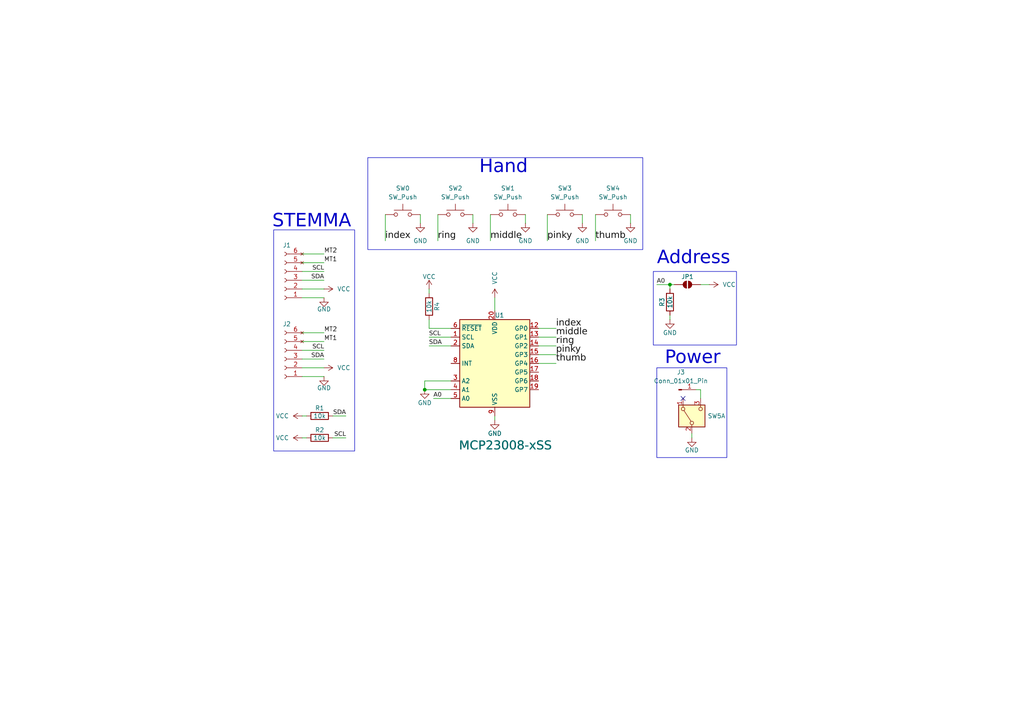
<source format=kicad_sch>
(kicad_sch (version 20250114) (generator "eeschema") (generator_version "9.0")
  (paper "A4")
  (lib_symbols
    (symbol "Connector:Conn_01x01_Pin" (pin_names (offset 1.016) (hide yes))
      (property "Reference" "J" (at 0 2.54 0))
      (property "Value" "Conn_01x01_Pin" (at 0 -2.54 0))
      (symbol "Conn_01x01_Pin_1_1"
        (rectangle (start 0.8636 0.127) (end 0 -0.127) (stroke (width 0.1524)) (fill (type outline)))
        (polyline (pts (xy 1.27 0) (xy 0.8636 0)) (stroke (width 0.1524)))
        (pin passive line (at 5.08 0 180) (length 3.81) (name "Pin_1") (number "1"))
      )
    )
    (symbol "Connector:Conn_01x06_Socket" (pin_names (offset 1.016) (hide yes))
      (property "Reference" "J4" (at -0.635 -12.7 0))
      (property "Value" "Conn_01x06_Socket" (at -0.635 -10.16 0))
      (symbol "Conn_01x06_Socket_1_1"
        (polyline (pts (xy -1.27 5.08) (xy -0.508 5.08)) (stroke (width 0.1524)))
        (polyline (pts (xy -1.27 2.54) (xy -0.508 2.54)) (stroke (width 0.1524)))
        (polyline (pts (xy -1.27 0) (xy -0.508 0)) (stroke (width 0.1524)))
        (polyline (pts (xy -1.27 -2.54) (xy -0.508 -2.54)) (stroke (width 0.1524)))
        (polyline (pts (xy -1.27 -5.08) (xy -0.508 -5.08)) (stroke (width 0.1524)))
        (polyline (pts (xy -1.27 -7.62) (xy -0.508 -7.62)) (stroke (width 0.1524)))
        (arc (start 0 4.572) (mid -0.5058 5.08) (end 0 5.588) (stroke (width 0.1524)))
        (arc (start 0 2.032) (mid -0.5058 2.54) (end 0 3.048) (stroke (width 0.1524)))
        (arc (start 0 -0.508) (mid -0.5058 0) (end 0 0.508) (stroke (width 0.1524)))
        (arc (start 0 -3.048) (mid -0.5058 -2.54) (end 0 -2.032) (stroke (width 0.1524)))
        (arc (start 0 -5.588) (mid -0.5058 -5.08) (end 0 -4.572) (stroke (width 0.1524)))
        (arc (start 0 -8.128) (mid -0.5058 -7.62) (end 0 -7.112) (stroke (width 0.1524)))
        (pin passive line (at -5.08 5.08 0) (length 3.81) (name "Pin_1") (number "1"))
        (pin passive line (at -5.08 2.54 0) (length 3.81) (name "Pin_2") (number "2"))
        (pin passive line (at -5.08 0 0) (length 3.81) (name "Pin_3") (number "3"))
        (pin passive line (at -5.08 -2.54 0) (length 3.81) (name "Pin_4") (number "4"))
        (pin no_connect line (at -5.08 -5.08 0) (length 3.81) (name "Pin_5") (number "5"))
        (pin no_connect line (at -5.08 -7.62 0) (length 3.81) (name "Pin_6") (number "6"))
      )
    )
    (symbol "Device:R" (pin_numbers (hide yes)) (pin_names (offset 0))
      (property "Reference" "R" (at 2.032 0 90))
      (property "Value" "R" (at 0 0 90))
      (symbol "R_0_1"
        (rectangle (start -1.016 -2.54) (end 1.016 2.54) (stroke (width 0.254)))
      )
      (symbol "R_1_1"
        (pin passive line (at 0 3.81 270) (length 1.27) (name "~") (number "1"))
        (pin passive line (at 0 -3.81 90) (length 1.27) (name "~") (number "2"))
      )
    )
    (symbol "Interface_Expansion:MCP23008-xSS"
      (property "Reference" "U" (at -8.89 13.97 0))
      (property "Value" "MCP23008-xSS" (at 8.89 13.97 0))
      (symbol "MCP23008-xSS_0_1"
        (rectangle (start -10.16 12.7) (end 10.16 -12.7) (stroke (width 0.254)) (fill (type background)))
      )
      (symbol "MCP23008-xSS_1_1"
        (pin input line (at -12.7 10.16 0) (length 2.54) (name "~{RESET}") (number "6"))
        (pin input line (at -12.7 7.62 0) (length 2.54) (name "SCL") (number "1"))
        (pin bidirectional line (at -12.7 5.08 0) (length 2.54) (name "SDA") (number "2"))
        (pin output line (at -12.7 0 0) (length 2.54) (name "INT") (number "8"))
        (pin input line (at -12.7 -5.08 0) (length 2.54) (name "A2") (number "3"))
        (pin input line (at -12.7 -7.62 0) (length 2.54) (name "A1") (number "4"))
        (pin input line (at -12.7 -10.16 0) (length 2.54) (name "A0") (number "5"))
        (pin no_connect line (at -10.16 2.54 0) (length 2.54) (hide yes) (name "NC") (number "7"))
        (pin no_connect line (at -10.16 -2.54 0) (length 2.54) (hide yes) (name "NC") (number "10"))
        (pin power_in line (at 0 15.24 270) (length 2.54) (name "VDD") (number "20"))
        (pin power_in line (at 0 -15.24 90) (length 2.54) (name "VSS") (number "9"))
        (pin no_connect line (at 10.16 -10.16 180) (length 2.54) (hide yes) (name "NC") (number "11"))
        (pin bidirectional line (at 12.7 10.16 180) (length 2.54) (name "GP0") (number "12"))
        (pin bidirectional line (at 12.7 7.62 180) (length 2.54) (name "GP1") (number "13"))
        (pin bidirectional line (at 12.7 5.08 180) (length 2.54) (name "GP2") (number "14"))
        (pin bidirectional line (at 12.7 2.54 180) (length 2.54) (name "GP3") (number "15"))
        (pin bidirectional line (at 12.7 0 180) (length 2.54) (name "GP4") (number "16"))
        (pin bidirectional line (at 12.7 -2.54 180) (length 2.54) (name "GP5") (number "17"))
        (pin bidirectional line (at 12.7 -5.08 180) (length 2.54) (name "GP6") (number "18"))
        (pin bidirectional line (at 12.7 -7.62 180) (length 2.54) (name "GP7") (number "19"))
      )
    )
    (symbol "Jumper:SolderJumper_2_Open" (pin_numbers (hide yes)) (pin_names (offset 0) (hide yes)) (exclude_from_sim yes) (in_bom no)
      (property "Reference" "JP" (at 0 2.032 0))
      (property "Value" "SolderJumper_2_Open" (at 0 -2.54 0))
      (symbol "SolderJumper_2_Open_0_1"
        (polyline (pts (xy -0.254 1.016) (xy -0.254 -1.016)))
        (arc (start -0.254 -1.016) (mid -1.2656 0) (end -0.254 1.016))
        (arc (start -0.254 -1.016) (mid -1.2656 0) (end -0.254 1.016) (fill (type outline)))
        (arc (start 0.254 1.016) (mid 1.2656 0) (end 0.254 -1.016))
        (arc (start 0.254 1.016) (mid 1.2656 0) (end 0.254 -1.016) (fill (type outline)))
        (polyline (pts (xy 0.254 1.016) (xy 0.254 -1.016)))
      )
      (symbol "SolderJumper_2_Open_1_1"
        (pin passive line (at -3.81 0 0) (length 2.54) (name "A") (number "1"))
        (pin passive line (at 3.81 0 180) (length 2.54) (name "B") (number "2"))
      )
    )
    (symbol "Switch:SW_DPDT_x2" (pin_names (offset 0) (hide yes))
      (property "Reference" "SW" (at 0 5.08 0))
      (property "Value" "SW_DPDT_x2" (at 0 -5.08 0))
      (symbol "SW_DPDT_x2_0_0"
        (circle (center -2.032 0) (radius 0.508))
        (circle (center 2.032 -2.54) (radius 0.508))
      )
      (symbol "SW_DPDT_x2_0_1"
        (rectangle (start -3.175 3.81) (end 3.175 -3.81) (stroke (width 0.254)) (fill (type background)))
        (polyline (pts (xy -1.524 0.254) (xy 1.5748 2.286)))
        (circle (center 2.032 2.54) (radius 0.508))
      )
      (symbol "SW_DPDT_x2_1_1"
        (pin passive line (at -5.08 0 0) (length 2.54) (name "B") (number "2"))
        (pin passive line (at 5.08 2.54 180) (length 2.54) (name "A") (number "1"))
        (pin passive line (at 5.08 -2.54 180) (length 2.54) (name "C") (number "3"))
      )
      (symbol "SW_DPDT_x2_2_1"
        (pin passive line (at -5.08 0 0) (length 2.54) (name "B") (number "5"))
        (pin passive line (at 5.08 2.54 180) (length 2.54) (name "A") (number "4"))
        (pin passive line (at 5.08 -2.54 180) (length 2.54) (name "C") (number "6"))
      )
    )
    (symbol "Switch:SW_Push" (pin_numbers (hide yes)) (pin_names (offset 1.016) (hide yes))
      (property "Reference" "SW" (at 1.27 2.54 0))
      (property "Value" "SW_Push" (at 0 -1.524 0))
      (symbol "SW_Push_0_1"
        (circle (center -2.032 0) (radius 0.508))
        (polyline (pts (xy 0 1.27) (xy 0 3.048)))
        (circle (center 2.032 0) (radius 0.508))
        (polyline (pts (xy 2.54 1.27) (xy -2.54 1.27)))
        (pin passive line (at -5.08 0 0) (length 2.54) (name "1") (number "1"))
        (pin passive line (at 5.08 0 180) (length 2.54) (name "2") (number "2"))
      )
    )
    (symbol "power:GND" (power) (pin_numbers (hide yes)) (pin_names (offset 0) (hide yes))
      (property "Value" "GND" (at 0 -3.81 0))
      (symbol "GND_0_1"
        (polyline (pts (xy 0 0) (xy 0 -1.27) (xy 1.27 -1.27) (xy 0 -2.54) (xy -1.27 -1.27) (xy 0 -1.27)))
      )
      (symbol "GND_1_1"
        (pin power_in line (at 0 0 270) (length 0) (name "~") (number "1"))
      )
    )
    (symbol "power:VCC" (power) (pin_numbers (hide yes)) (pin_names (offset 0) (hide yes))
      (property "Value" "VCC" (at 0 3.556 0))
      (symbol "VCC_0_1"
        (polyline (pts (xy -0.762 1.27) (xy 0 2.54)))
        (polyline (pts (xy 0 2.54) (xy 0.762 1.27)))
        (polyline (pts (xy 0 0) (xy 0 2.54)))
      )
      (symbol "VCC_1_1"
        (pin power_in line (at 0 0 90) (length 0) (name "~") (number "1"))
      )
    )
  )
  (rectangle (start 189.484 78.74) (end 213.614 100.076))
  (rectangle (start 190.5 106.68) (end 210.82 132.715))
  (rectangle (start 106.68 45.72) (end 186.436 72.39))
  (rectangle (start 79.375 66.675) (end 102.87 130.81))
  (text "Hand" (at 146.05 49.53 0) (effects (font (size 3.81 3.81))))
  (text "Power\n" (at 200.914 104.902 0) (effects (font (size 3.81 3.81))))
  (text "Address" (at 201.168 75.946 0) (effects (font (size 3.81 3.81))))
  (text "STEMMA" (at 90.424 65.278 0) (effects (font (size 3.81 3.81))))
  (junction (at 123.19 113.03))
  (junction (at 194.31 82.55))
  (no_connect (at 198.12 115.57))
  (wire (pts (xy 87.63 96.52) (xy 93.98 96.52)))
  (wire (pts (xy 194.31 82.55) (xy 195.58 82.55)))
  (wire (pts (xy 124.46 92.71) (xy 124.46 95.25)))
  (wire (pts (xy 168.91 62.23) (xy 168.91 64.77)))
  (wire (pts (xy 127 62.23) (xy 127 69.85)))
  (wire (pts (xy 156.21 97.79) (xy 161.29 97.79)))
  (wire (pts (xy 87.63 99.06) (xy 93.98 99.06)))
  (wire (pts (xy 124.46 95.25) (xy 130.81 95.25)))
  (wire (pts (xy 87.63 73.66) (xy 93.98 73.66)))
  (wire (pts (xy 203.2 82.55) (xy 205.74 82.55)))
  (wire (pts (xy 93.98 78.74) (xy 87.63 78.74)))
  (wire (pts (xy 142.24 62.23) (xy 142.24 69.85)))
  (wire (pts (xy 87.63 76.2) (xy 93.98 76.2)))
  (wire (pts (xy 100.33 120.65) (xy 96.52 120.65)))
  (wire (pts (xy 93.98 104.14) (xy 87.63 104.14)))
  (wire (pts (xy 156.21 102.87) (xy 161.29 102.87)))
  (wire (pts (xy 156.21 105.41) (xy 161.29 105.41)))
  (wire (pts (xy 158.75 62.23) (xy 158.75 69.85)))
  (wire (pts (xy 194.31 91.44) (xy 194.31 92.71)))
  (wire (pts (xy 87.63 120.65) (xy 88.9 120.65)))
  (wire (pts (xy 125.73 115.57) (xy 130.81 115.57)))
  (wire (pts (xy 123.19 110.49) (xy 130.81 110.49)))
  (wire (pts (xy 203.2 113.03) (xy 203.2 115.57)))
  (wire (pts (xy 123.19 113.03) (xy 130.81 113.03)))
  (wire (pts (xy 87.63 127) (xy 88.9 127)))
  (wire (pts (xy 190.5 82.55) (xy 194.31 82.55)))
  (wire (pts (xy 156.21 95.25) (xy 161.29 95.25)))
  (wire (pts (xy 87.63 109.22) (xy 93.98 109.22)))
  (wire (pts (xy 201.93 113.03) (xy 203.2 113.03)))
  (wire (pts (xy 143.51 86.36) (xy 143.51 90.17)))
  (wire (pts (xy 123.19 110.49) (xy 123.19 113.03)))
  (wire (pts (xy 124.46 97.79) (xy 130.81 97.79)))
  (wire (pts (xy 87.63 86.36) (xy 93.98 86.36)))
  (wire (pts (xy 152.4 62.23) (xy 152.4 64.77)))
  (wire (pts (xy 137.16 62.23) (xy 137.16 64.77)))
  (wire (pts (xy 111.76 62.23) (xy 111.76 69.85)))
  (wire (pts (xy 182.88 62.23) (xy 182.88 64.77)))
  (wire (pts (xy 156.21 100.33) (xy 161.29 100.33)))
  (wire (pts (xy 87.63 83.82) (xy 93.98 83.82)))
  (wire (pts (xy 124.46 100.33) (xy 130.81 100.33)))
  (wire (pts (xy 87.63 106.68) (xy 93.98 106.68)))
  (wire (pts (xy 194.31 82.55) (xy 194.31 83.82)))
  (wire (pts (xy 143.51 120.65) (xy 143.51 121.92)))
  (wire (pts (xy 93.98 101.6) (xy 87.63 101.6)))
  (wire (pts (xy 121.92 62.23) (xy 121.92 64.77)))
  (wire (pts (xy 172.72 62.23) (xy 172.72 69.85)))
  (wire (pts (xy 93.98 81.28) (xy 87.63 81.28)))
  (wire (pts (xy 100.33 127) (xy 96.52 127)))
  (wire (pts (xy 124.46 85.09) (xy 124.46 83.82)))
  (wire (pts (xy 200.66 127) (xy 200.66 125.73)))
  (label "pinky" (at 161.29 102.87 0) (effects (font (size 1.905 1.905))))
  (label "ring" (at 127 69.85 0) (effects (font (size 1.905 1.905))))
  (label "SDA" (at 124.46 100.33 0))
  (label "SDA" (at 100.33 120.65 180))
  (label "SCL" (at 124.46 97.79 0))
  (label "SDA" (at 93.98 104.14 180))
  (label "middle" (at 161.29 97.79 0) (effects (font (size 1.905 1.905))))
  (label "SCL" (at 100.33 127 180))
  (label "A0" (at 190.5 82.55 0))
  (label "MT1" (at 93.98 99.06 0))
  (label "thumb" (at 172.72 69.85 0) (effects (font (size 1.905 1.905))))
  (label "ring" (at 161.29 100.33 0) (effects (font (size 1.905 1.905))))
  (label "MT2" (at 93.98 73.66 0))
  (label "thumb" (at 161.29 105.41 0) (effects (font (size 1.905 1.905))))
  (label "index" (at 111.76 69.85 0) (effects (font (size 1.905 1.905))))
  (label "A0" (at 125.73 115.57 0))
  (label "pinky" (at 158.75 69.85 0) (effects (font (size 1.905 1.905))))
  (label "middle" (at 142.24 69.85 0) (effects (font (size 1.905 1.905))))
  (label "SDA" (at 93.98 81.28 180))
  (label "SCL" (at 93.98 78.74 180))
  (label "index" (at 161.29 95.25 0) (effects (font (size 1.905 1.905))))
  (label "SCL" (at 93.98 101.6 180))
  (label "MT1" (at 93.98 76.2 0))
  (label "MT2" (at 93.98 96.52 0))
  (symbol (lib_id "power:VCC") (at 93.98 106.68 270) (unit 1)
    (property "Reference" "#PWR018" (effects (hide yes)))
    (property "Value" "VCC" (at 97.79 106.6799 90) (effects (justify left)))
    (property "Description" "Power symbol creates a global label with name \"VCC\"" (effects (hide yes)))
  )
  (symbol (lib_id "Device:R") (at 194.31 87.63 180) (unit 1)
    (property "Reference" "R3" (at 192.024 87.63 90))
    (property "Value" "10k" (at 194.31 87.63 90))
    (property "Footprint" "Resistor_SMD:R_0805_2012Metric_Pad1.20x1.40mm_HandSolder" (effects (hide yes)))
    (property "Description" "Resistor" (effects (hide yes)))
  )
  (symbol (lib_id "power:GND") (at 121.92 64.77 0) (unit 1)
    (property "Reference" "#PWR04" (effects (hide yes)))
    (property "Value" "GND" (at 121.92 69.85 0))
    (property "Description" "Power symbol creates a global label with name \"GND\" , ground" (effects (hide yes)))
  )
  (symbol (lib_id "power:GND") (at 137.16 64.77 0) (unit 1)
    (property "Reference" "#PWR02" (effects (hide yes)))
    (property "Value" "GND" (at 137.16 69.85 0))
    (property "Description" "Power symbol creates a global label with name \"GND\" , ground" (effects (hide yes)))
  )
  (symbol (lib_id "power:GND") (at 182.88 64.77 0) (unit 1)
    (property "Reference" "#PWR06" (effects (hide yes)))
    (property "Value" "GND" (at 182.88 69.85 0))
    (property "Description" "Power symbol creates a global label with name \"GND\" , ground" (effects (hide yes)))
  )
  (symbol (lib_id "Switch:SW_Push") (at 132.08 62.23 0) (unit 1)
    (property "Reference" "SW2" (at 132.08 54.61 0))
    (property "Value" "SW_Push" (at 132.08 57.15 0))
    (property "Footprint" "Button_Switch_SMD:Panasonic_EVQPUL_EVQPUC" (effects (hide yes)))
    (property "Description" "Push button switch, generic, two pins" (effects (hide yes)))
  )
  (symbol (lib_id "power:GND") (at 143.51 121.92 0) (unit 1)
    (property "Reference" "#PWR012" (effects (hide yes)))
    (property "Value" "GND" (at 143.51 125.73 0))
    (property "Description" "Power symbol creates a global label with name \"GND\" , ground" (effects (hide yes)))
  )
  (symbol (lib_id "power:GND") (at 152.4 64.77 0) (unit 1)
    (property "Reference" "#PWR03" (effects (hide yes)))
    (property "Value" "GND" (at 152.4 69.85 0))
    (property "Description" "Power symbol creates a global label with name \"GND\" , ground" (effects (hide yes)))
  )
  (symbol (lib_id "Switch:SW_Push") (at 177.8 62.23 0) (unit 1)
    (property "Reference" "SW4" (at 177.8 54.61 0))
    (property "Value" "SW_Push" (at 177.8 57.15 0))
    (property "Footprint" "Button_Switch_SMD:Panasonic_EVQPUL_EVQPUC" (effects (hide yes)))
    (property "Description" "Push button switch, generic, two pins" (effects (hide yes)))
  )
  (symbol (lib_id "Device:R") (at 124.46 88.9 0) (unit 1)
    (property "Reference" "R4" (at 126.746 88.9 90))
    (property "Value" "10k" (at 124.46 88.9 90))
    (property "Footprint" "Resistor_SMD:R_0805_2012Metric_Pad1.20x1.40mm_HandSolder" (effects (hide yes)))
    (property "Description" "Resistor" (effects (hide yes)))
  )
  (symbol (lib_id "power:VCC") (at 143.51 86.36 0) (unit 1)
    (property "Reference" "#PWR016" (effects (hide yes)))
    (property "Value" "VCC" (at 143.5099 82.55 90) (effects (justify left)))
    (property "Description" "Power symbol creates a global label with name \"VCC\"" (effects (hide yes)))
  )
  (symbol (lib_id "power:GND") (at 200.66 127 0) (unit 1)
    (property "Reference" "#PWR07" (effects (hide yes)))
    (property "Value" "GND" (at 200.66 130.556 0))
    (property "Description" "Power symbol creates a global label with name \"GND\" , ground" (effects (hide yes)))
  )
  (symbol (lib_id "power:GND") (at 123.19 113.03 0) (unit 1)
    (property "Reference" "#PWR013" (effects (hide yes)))
    (property "Value" "GND" (at 123.19 116.84 0))
    (property "Description" "Power symbol creates a global label with name \"GND\" , ground" (effects (hide yes)))
  )
  (symbol (lib_id "Switch:SW_Push") (at 163.83 62.23 0) (unit 1)
    (property "Reference" "SW3" (at 163.83 54.61 0))
    (property "Value" "SW_Push" (at 163.83 57.15 0))
    (property "Footprint" "Button_Switch_SMD:Panasonic_EVQPUL_EVQPUC" (effects (hide yes)))
    (property "Description" "Push button switch, generic, two pins" (effects (hide yes)))
  )
  (symbol (lib_id "Switch:SW_DPDT_x2") (at 200.66 120.65 90) (unit 1)
    (property "Reference" "SW5" (at 205.232 120.65 90) (effects (justify right)))
    (property "Value" "SW_DPDT_x2" (effects (hide yes)))
    (property "Footprint" "sw_spdt_slide_mskt-12c03:Untitled" (effects (hide yes)))
    (property "Description" "Switch, dual pole double throw, separate symbols" (effects (hide yes)))
  )
  (symbol (lib_id "power:VCC") (at 87.63 127 90) (unit 1)
    (property "Reference" "#PWR09" (effects (hide yes)))
    (property "Value" "VCC" (at 83.82 126.9999 90) (effects (justify left)))
    (property "Description" "Power symbol creates a global label with name \"VCC\"" (effects (hide yes)))
  )
  (symbol (lib_id "power:GND") (at 168.91 64.77 0) (unit 1)
    (property "Reference" "#PWR01" (effects (hide yes)))
    (property "Value" "GND" (at 168.91 69.85 0))
    (property "Description" "Power symbol creates a global label with name \"GND\" , ground" (effects (hide yes)))
  )
  (symbol (lib_id "Connector:Conn_01x01_Pin") (at 196.85 113.03 0) (unit 1)
    (property "Reference" "J3" (at 197.485 107.95 0))
    (property "Value" "Conn_01x01_Pin" (at 197.485 110.49 0))
    (property "Footprint" "TestPoint:TestPoint_Pad_2.0x2.0mm" (effects (hide yes)))
    (property "Description" "Generic connector, single row, 01x01, script generated" (effects (hide yes)))
  )
  (symbol (lib_id "power:VCC") (at 87.63 120.65 90) (unit 1)
    (property "Reference" "#PWR010" (effects (hide yes)))
    (property "Value" "VCC" (at 83.82 120.6499 90) (effects (justify left)))
    (property "Description" "Power symbol creates a global label with name \"VCC\"" (effects (hide yes)))
  )
  (symbol (lib_id "Switch:SW_Push") (at 147.32 62.23 0) (unit 1)
    (property "Reference" "SW1" (at 147.32 54.61 0))
    (property "Value" "SW_Push" (at 147.32 57.15 0))
    (property "Footprint" "Button_Switch_SMD:Panasonic_EVQPUL_EVQPUC" (effects (hide yes)))
    (property "Description" "Push button switch, generic, two pins" (effects (hide yes)))
  )
  (symbol (lib_id "power:GND") (at 93.98 109.22 0) (unit 1)
    (property "Reference" "#PWR019" (effects (hide yes)))
    (property "Value" "GND" (at 93.98 112.522 0))
    (property "Description" "Power symbol creates a global label with name \"GND\" , ground" (effects (hide yes)))
  )
  (symbol (lib_id "power:VCC") (at 205.74 82.55 270) (unit 1)
    (property "Reference" "#PWR011" (effects (hide yes)))
    (property "Value" "VCC" (at 209.55 82.5499 90) (effects (justify left)))
    (property "Description" "Power symbol creates a global label with name \"VCC\"" (effects (hide yes)))
  )
  (symbol (lib_id "power:GND") (at 194.31 92.71 0) (unit 1)
    (property "Reference" "#PWR05" (effects (hide yes)))
    (property "Value" "GND" (at 194.31 96.52 0))
    (property "Description" "Power symbol creates a global label with name \"GND\" , ground" (effects (hide yes)))
  )
  (symbol (lib_id "Jumper:SolderJumper_2_Open") (at 199.39 82.55 0) (unit 1) (exclude_from_sim yes) (in_bom no)
    (property "Reference" "JP1" (at 199.39 80.264 0))
    (property "Value" "SolderJumper_2_Open" (effects (hide yes)))
    (property "Footprint" "Jumper:SolderJumper-2_P1.3mm_Open_TrianglePad1.0x1.5mm" (effects (hide yes)))
    (property "Description" "Solder Jumper, 2-pole, open" (effects (hide yes)))
  )
  (symbol (lib_id "Switch:SW_Push") (at 116.84 62.23 0) (unit 1)
    (property "Reference" "SW0" (at 116.84 54.61 0))
    (property "Value" "SW_Push" (at 116.84 57.15 0))
    (property "Footprint" "Button_Switch_SMD:Panasonic_EVQPUL_EVQPUC" (effects (hide yes)))
    (property "Description" "Push button switch, generic, two pins" (effects (hide yes)))
  )
  (symbol (lib_id "Connector:Conn_01x06_Socket") (at 82.55 81.28 180) (unit 1)
    (property "Reference" "J1" (at 83.185 71.12 0))
    (property "Value" "Conn_01x06_Socket" (effects (hide yes)))
    (property "Footprint" "footprints:JST_SH4" (effects (hide yes)))
    (property "Description" "Generic connector, single row, 01x06, script generated" (effects (hide yes)))
  )
  (symbol (lib_id "power:VCC") (at 93.98 83.82 270) (unit 1)
    (property "Reference" "#PWR014" (effects (hide yes)))
    (property "Value" "VCC" (at 97.79 83.8199 90) (effects (justify left)))
    (property "Description" "Power symbol creates a global label with name \"VCC\"" (effects (hide yes)))
  )
  (symbol (lib_id "Device:R") (at 92.71 127 90) (unit 1)
    (property "Reference" "R2" (at 92.71 124.714 90))
    (property "Value" "10k" (at 92.71 127 90))
    (property "Footprint" "Resistor_SMD:R_0805_2012Metric_Pad1.20x1.40mm_HandSolder" (effects (hide yes)))
    (property "Description" "Resistor" (effects (hide yes)))
  )
  (symbol (lib_id "power:GND") (at 93.98 86.36 0) (unit 1)
    (property "Reference" "#PWR015" (effects (hide yes)))
    (property "Value" "GND" (at 93.98 89.662 0))
    (property "Description" "Power symbol creates a global label with name \"GND\" , ground" (effects (hide yes)))
  )
  (symbol (lib_id "Interface_Expansion:MCP23008-xSS") (at 143.51 105.41 0) (unit 1)
    (property "Reference" "U1" (at 143.51 91.44 0) (effects (justify left)))
    (property "Value" "MCP23008-xSS" (at 131.318 129.286 0) (effects (font (size 2.54 2.54)) (justify left)))
    (property "Footprint" "Package_SO:SSOP-20_5.3x7.2mm_P0.65mm" (effects (hide yes)))
    (property "Datasheet" "http://ww1.microchip.com/downloads/en/DeviceDoc/MCP23008-MCP23S08-Data-Sheet-20001919F.pdf" (effects (hide yes)))
    (property "Description" "8-bit I/O expander, I2C, interrupts, SSOP-20" (effects (hide yes)))
  )
  (symbol (lib_id "Connector:Conn_01x06_Socket") (at 82.55 104.14 180) (unit 1)
    (property "Reference" "J2" (at 83.185 93.98 0))
    (property "Value" "Conn_01x06_Socket" (effects (hide yes)))
    (property "Footprint" "footprints:JST_SH4" (effects (hide yes)))
    (property "Description" "Generic connector, single row, 01x06, script generated" (effects (hide yes)))
  )
  (symbol (lib_id "power:VCC") (at 124.46 83.82 0) (unit 1)
    (property "Reference" "#PWR017" (effects (hide yes)))
    (property "Value" "VCC" (at 124.46 80.264 0))
    (property "Description" "Power symbol creates a global label with name \"VCC\"" (effects (hide yes)))
  )
  (symbol (lib_id "Device:R") (at 92.71 120.65 90) (unit 1)
    (property "Reference" "R1" (at 92.71 118.364 90))
    (property "Value" "10k" (at 92.71 120.65 90))
    (property "Footprint" "Resistor_SMD:R_0805_2012Metric_Pad1.20x1.40mm_HandSolder" (effects (hide yes)))
    (property "Description" "Resistor" (effects (hide yes)))
  )
)
</source>
